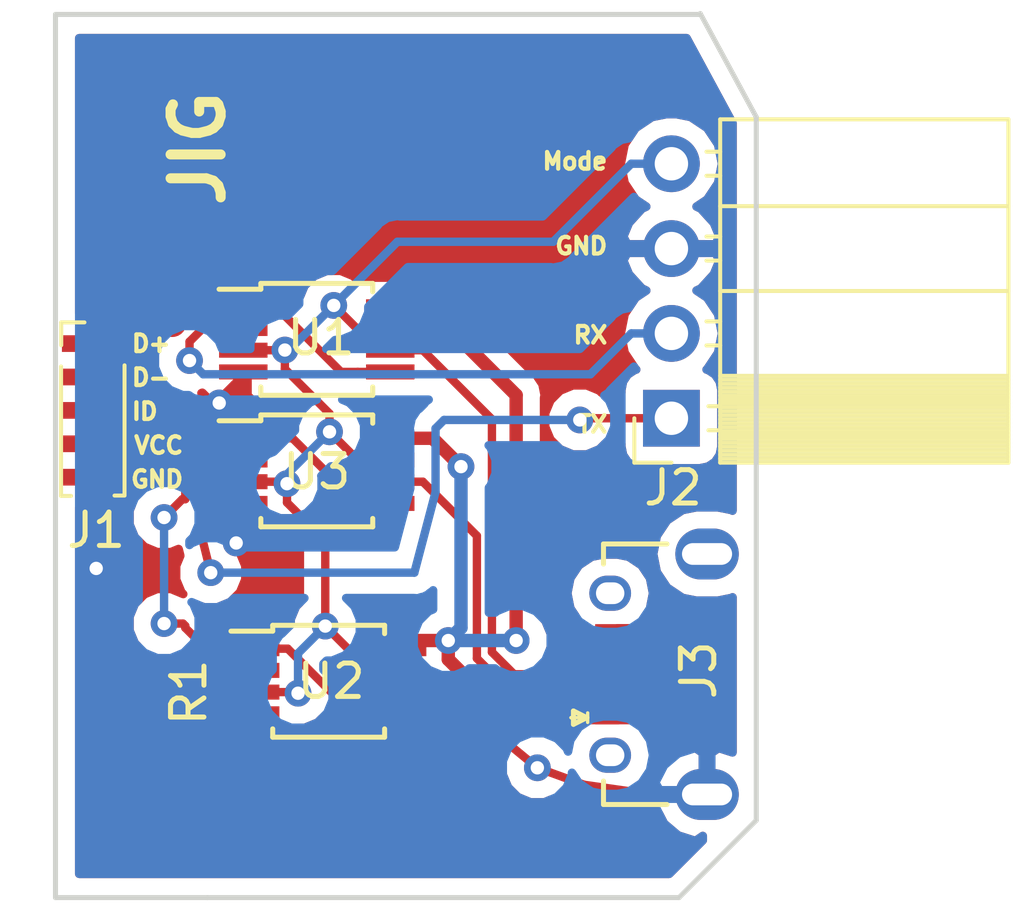
<source format=kicad_pcb>
(kicad_pcb (version 20171130) (host pcbnew 5.0.2+dfsg1-1)

  (general
    (thickness 1.6)
    (drawings 21)
    (tracks 201)
    (zones 0)
    (modules 7)
    (nets 13)
  )

  (page A4)
  (layers
    (0 F.Cu signal)
    (31 B.Cu signal)
    (32 B.Adhes user)
    (33 F.Adhes user)
    (34 B.Paste user)
    (35 F.Paste user)
    (36 B.SilkS user)
    (37 F.SilkS user)
    (38 B.Mask user)
    (39 F.Mask user)
    (40 Dwgs.User user)
    (41 Cmts.User user)
    (42 Eco1.User user)
    (43 Eco2.User user)
    (44 Edge.Cuts user)
    (45 Margin user)
    (46 B.CrtYd user)
    (47 F.CrtYd user)
    (48 B.Fab user)
    (49 F.Fab user)
  )

  (setup
    (last_trace_width 0.25)
    (trace_clearance 0.2)
    (zone_clearance 0.508)
    (zone_45_only no)
    (trace_min 0.2)
    (segment_width 0.2)
    (edge_width 0.15)
    (via_size 0.8)
    (via_drill 0.4)
    (via_min_size 0.4)
    (via_min_drill 0.3)
    (uvia_size 0.3)
    (uvia_drill 0.1)
    (uvias_allowed no)
    (uvia_min_size 0.2)
    (uvia_min_drill 0.1)
    (pcb_text_width 0.3)
    (pcb_text_size 1.5 1.5)
    (mod_edge_width 0.15)
    (mod_text_size 1 1)
    (mod_text_width 0.15)
    (pad_size 0.85 0.85)
    (pad_drill 0.5)
    (pad_to_mask_clearance 0.051)
    (solder_mask_min_width 0.25)
    (aux_axis_origin 0 0)
    (visible_elements FFFFFF7F)
    (pcbplotparams
      (layerselection 0x010fc_ffffffff)
      (usegerberextensions false)
      (usegerberattributes false)
      (usegerberadvancedattributes false)
      (creategerberjobfile false)
      (excludeedgelayer true)
      (linewidth 0.100000)
      (plotframeref false)
      (viasonmask false)
      (mode 1)
      (useauxorigin false)
      (hpglpennumber 1)
      (hpglpenspeed 20)
      (hpglpendiameter 15.000000)
      (psnegative false)
      (psa4output false)
      (plotreference true)
      (plotvalue true)
      (plotinvisibletext false)
      (padsonsilk false)
      (subtractmaskfromsilk false)
      (outputformat 1)
      (mirror false)
      (drillshape 1)
      (scaleselection 1)
      (outputdirectory ""))
  )

  (net 0 "")
  (net 1 D+)
  (net 2 D-)
  (net 3 GND)
  (net 4 TX)
  (net 5 RX)
  (net 6 Mode)
  (net 7 VCC)
  (net 8 D--PC)
  (net 9 D+-PC)
  (net 10 "Net-(R1-Pad1)")
  (net 11 ID-device)
  (net 12 ID-PC)

  (net_class Default "Questo è il gruppo di collegamenti predefinito"
    (clearance 0.2)
    (trace_width 0.25)
    (via_dia 0.8)
    (via_drill 0.4)
    (uvia_dia 0.3)
    (uvia_drill 0.1)
    (add_net ID-PC)
    (add_net ID-device)
    (add_net Mode)
    (add_net "Net-(R1-Pad1)")
  )

  (net_class power ""
    (clearance 0.2)
    (trace_width 0.4)
    (via_dia 0.8)
    (via_drill 0.4)
    (uvia_dia 0.3)
    (uvia_drill 0.1)
    (add_net GND)
    (add_net VCC)
  )

  (net_class signal ""
    (clearance 0.2)
    (trace_width 0.25)
    (via_dia 0.8)
    (via_drill 0.4)
    (uvia_dia 0.3)
    (uvia_drill 0.1)
    (add_net D+)
    (add_net D+-PC)
    (add_net D-)
    (add_net D--PC)
    (add_net RX)
    (add_net TX)
  )

  (module Hirose:ZX62D-B-5PA8 (layer F.Cu) (tedit 5CA0DD29) (tstamp 5CAC3C3A)
    (at 136.779 83.686 90)
    (descr USB)
    (path /5CA069E4)
    (solder_mask_margin 0.1)
    (solder_paste_margin -0.05)
    (fp_text reference J3 (at 0.12 -0.254 90) (layer F.SilkS)
      (effects (font (size 1 1) (thickness 0.15)))
    )
    (fp_text value USB_B_Micro (at 0 -1.5 90) (layer F.Fab) hide
      (effects (font (size 0.5 0.5) (thickness 0.1)))
    )
    (fp_text user 1 (at -1.3 -3.8 90) (layer F.SilkS)
      (effects (font (size 0.5 0.5) (thickness 0.1)))
    )
    (fp_line (start 0.9 1.45) (end 1.3 2.1) (layer F.Fab) (width 0.05))
    (fp_line (start 0.5 2.1) (end 0.9 1.45) (layer F.Fab) (width 0.05))
    (fp_line (start -2.6 1.45) (end -2.2 2.1) (layer F.Fab) (width 0.05))
    (fp_line (start -3 2.1) (end -2.6 1.45) (layer F.Fab) (width 0.05))
    (fp_line (start -4 1.45) (end 4 1.45) (layer F.Fab) (width 0.05))
    (fp_line (start -3.75 2.75) (end -3.75 -2.9) (layer F.Fab) (width 0.1))
    (fp_line (start -3.75 -2.9) (end 3.75 -2.9) (layer F.Fab) (width 0.1))
    (fp_line (start 3.75 -2.9) (end 3.75 2.75) (layer F.Fab) (width 0.1))
    (fp_line (start 3.75 2.75) (end -3.75 2.75) (layer F.Fab) (width 0.1))
    (fp_text user "PCB EDGE" (at -0.8 1.9 90) (layer F.Fab)
      (effects (font (size 0.3 0.3) (thickness 0.075)))
    )
    (fp_line (start -3.9 -3.1) (end -3.2 -3.1) (layer F.SilkS) (width 0.15))
    (fp_line (start -3.9 -3.1) (end -3.9 -1.2) (layer F.SilkS) (width 0.15))
    (fp_line (start 3.3 -3.1) (end 3.9 -3.1) (layer F.SilkS) (width 0.15))
    (fp_line (start 3.9 -3.1) (end 3.9 -1.2) (layer F.SilkS) (width 0.15))
    (fp_line (start -1.5 -4) (end -1.3 -3.6) (layer F.SilkS) (width 0.15))
    (fp_line (start -1.3 -3.6) (end -1.1 -4) (layer F.SilkS) (width 0.15))
    (fp_line (start -1.1 -4) (end -1.5 -4) (layer F.SilkS) (width 0.15))
    (fp_line (start -1.5 -4) (end -1.1 -4) (layer F.Fab) (width 0.15))
    (fp_line (start -1.1 -4) (end -1.3 -3.6) (layer F.Fab) (width 0.15))
    (fp_line (start -1.3 -3.6) (end -1.5 -4) (layer F.Fab) (width 0.15))
    (fp_line (start -3.9 -3.8) (end 4 -3.8) (layer F.CrtYd) (width 0.05))
    (fp_line (start 4 -3.8) (end 4 1.4) (layer F.CrtYd) (width 0.05))
    (fp_line (start 4 1.4) (end -3.9 1.4) (layer F.CrtYd) (width 0.05))
    (fp_line (start -3.9 1.4) (end -3.9 -3.8) (layer F.CrtYd) (width 0.05))
    (fp_text user %R (at 0.25 -0.25 90) (layer F.Fab)
      (effects (font (size 1 1) (thickness 0.15)))
    )
    (pad 8 thru_hole oval (at 2.425 -2.9 90) (size 1.05 1.25) (drill oval 0.65 0.85) (layers *.Cu *.Mask))
    (pad 7 thru_hole oval (at -2.425 -2.9 90) (size 1.05 1.25) (drill oval 0.65 0.85) (layers *.Cu *.Mask))
    (pad 5 smd rect (at 1.3 -2.675 90) (size 0.4 1.35) (layers F.Cu F.Paste F.Mask)
      (net 3 GND))
    (pad 4 smd rect (at 0.65 -2.675 90) (size 0.4 1.35) (layers F.Cu F.Paste F.Mask)
      (net 12 ID-PC))
    (pad 3 smd rect (at 0 -2.675 90) (size 0.4 1.35) (layers F.Cu F.Paste F.Mask)
      (net 9 D+-PC))
    (pad 2 smd rect (at -0.65 -2.675 90) (size 0.4 1.35) (layers F.Cu F.Paste F.Mask)
      (net 8 D--PC))
    (pad 1 smd rect (at -1.3 -2.675 90) (size 0.4 1.35) (layers F.Cu F.Paste F.Mask)
      (net 7 VCC))
    (pad 9 thru_hole oval (at 3.6 0 90) (size 1.524 1.9) (drill oval 0.65 1.5) (layers *.Cu *.Mask))
    (pad 6 thru_hole oval (at -3.6 0 90) (size 1.524 1.9) (drill oval 0.65 1.5) (layers *.Cu *.Mask)
      (net 3 GND))
    (model C:/Cad/Footprint/Hirose/3D/ZX62D-B-5PA8.step
      (at (xyz 0 0 0))
      (scale (xyz 1 1 1))
      (rotate (xyz 0 0 0))
    )
  )

  (module Connector_PinHeader_1.00mm:PinHeader_1x05_P1.00mm_Vertical (layer F.Cu) (tedit 5CA0F556) (tstamp 5CAC3901)
    (at 118.3894 73.787)
    (descr "Through hole straight pin header, 1x05, 1.00mm pitch, single row")
    (tags "Through hole pin header THT 1x05 1.00mm single row")
    (path /5CA0619C)
    (fp_text reference J1 (at 0.1016 5.588) (layer F.SilkS)
      (effects (font (size 1 1) (thickness 0.15)))
    )
    (fp_text value Conn_01x05 (at -1.9304 1.27 90) (layer F.Fab)
      (effects (font (size 1 1) (thickness 0.15)))
    )
    (fp_line (start -0.3175 -0.5) (end 0.635 -0.5) (layer F.Fab) (width 0.1))
    (fp_line (start 0.635 -0.5) (end 0.635 4.5) (layer F.Fab) (width 0.1))
    (fp_line (start 0.635 4.5) (end -0.635 4.5) (layer F.Fab) (width 0.1))
    (fp_line (start -0.635 4.5) (end -0.635 -0.1825) (layer F.Fab) (width 0.1))
    (fp_line (start -0.635 -0.1825) (end -0.3175 -0.5) (layer F.Fab) (width 0.1))
    (fp_line (start -0.950507 4.56) (end -0.65 4.56) (layer F.SilkS) (width 0.12))
    (fp_line (start 0.65 4.55) (end 0.950507 4.55) (layer F.SilkS) (width 0.12))
    (fp_line (start -0.95 0.685) (end -0.95 4.56) (layer F.SilkS) (width 0.12))
    (fp_line (start 0.95 0.65) (end 0.95 4.525) (layer F.SilkS) (width 0.12))
    (fp_line (start -0.945 0.05) (end -0.945 -0.635) (layer F.SilkS) (width 0.12))
    (fp_line (start -0.945 -0.635) (end -0.25 -0.635) (layer F.SilkS) (width 0.12))
    (fp_line (start -1.15 -1) (end -1.15 5) (layer F.CrtYd) (width 0.05))
    (fp_line (start -1.15 5) (end 1.15 5) (layer F.CrtYd) (width 0.05))
    (fp_line (start 1.15 5) (end 1.15 -1) (layer F.CrtYd) (width 0.05))
    (fp_line (start 1.15 -1) (end -1.15 -1) (layer F.CrtYd) (width 0.05))
    (fp_text user %R (at 1.65 2 90) (layer F.Fab)
      (effects (font (size 0.76 0.76) (thickness 0.114)))
    )
    (pad 1 smd custom (at 0 0) (size 1.85 0.5) (layers F.Cu F.Paste F.Mask)
      (net 1 D+) (zone_connect 0)
      (options (clearance outline) (anchor rect))
      (primitives
      ))
    (pad 2 smd custom (at 0 1) (size 1.85 0.5) (layers F.Cu F.Paste F.Mask)
      (net 2 D-) (zone_connect 0)
      (options (clearance outline) (anchor rect))
      (primitives
      ))
    (pad 3 smd custom (at 0 2) (size 1.85 0.5) (layers F.Cu F.Paste F.Mask)
      (net 11 ID-device) (zone_connect 0)
      (options (clearance outline) (anchor rect))
      (primitives
      ))
    (pad 4 smd custom (at 0 3) (size 1.85 0.5) (layers F.Cu F.Paste F.Mask)
      (zone_connect 0)
      (options (clearance outline) (anchor rect))
      (primitives
      ))
    (pad 5 smd custom (at 0 4) (size 1.85 0.5) (layers F.Cu F.Paste F.Mask)
      (net 3 GND) (zone_connect 0)
      (options (clearance outline) (anchor rect))
      (primitives
      ))
    (model ${KISYS3DMOD}/Connector_PinHeader_1.00mm.3dshapes/PinHeader_1x05_P1.00mm_Vertical.wrl
      (at (xyz 0 0 0))
      (scale (xyz 1 1 1))
      (rotate (xyz 0 0 0))
    )
  )

  (module Connector_PinSocket_2.54mm:PinSocket_1x04_P2.54mm_Horizontal (layer F.Cu) (tedit 5A19A424) (tstamp 5CAC4952)
    (at 135.7122 76.0222 180)
    (descr "Through hole angled socket strip, 1x04, 2.54mm pitch, 8.51mm socket length, single row (from Kicad 4.0.7), script generated")
    (tags "Through hole angled socket strip THT 1x04 2.54mm single row")
    (path /5CA063DA)
    (fp_text reference J2 (at -0.0508 -2.0828 180) (layer F.SilkS)
      (effects (font (size 1 1) (thickness 0.15)))
    )
    (fp_text value Conn_01x04 (at -4.38 10.39 180) (layer F.Fab)
      (effects (font (size 1 1) (thickness 0.15)))
    )
    (fp_line (start -10.03 -1.27) (end -2.49 -1.27) (layer F.Fab) (width 0.1))
    (fp_line (start -2.49 -1.27) (end -1.52 -0.3) (layer F.Fab) (width 0.1))
    (fp_line (start -1.52 -0.3) (end -1.52 8.89) (layer F.Fab) (width 0.1))
    (fp_line (start -1.52 8.89) (end -10.03 8.89) (layer F.Fab) (width 0.1))
    (fp_line (start -10.03 8.89) (end -10.03 -1.27) (layer F.Fab) (width 0.1))
    (fp_line (start 0 -0.3) (end -1.52 -0.3) (layer F.Fab) (width 0.1))
    (fp_line (start -1.52 0.3) (end 0 0.3) (layer F.Fab) (width 0.1))
    (fp_line (start 0 0.3) (end 0 -0.3) (layer F.Fab) (width 0.1))
    (fp_line (start 0 2.24) (end -1.52 2.24) (layer F.Fab) (width 0.1))
    (fp_line (start -1.52 2.84) (end 0 2.84) (layer F.Fab) (width 0.1))
    (fp_line (start 0 2.84) (end 0 2.24) (layer F.Fab) (width 0.1))
    (fp_line (start 0 4.78) (end -1.52 4.78) (layer F.Fab) (width 0.1))
    (fp_line (start -1.52 5.38) (end 0 5.38) (layer F.Fab) (width 0.1))
    (fp_line (start 0 5.38) (end 0 4.78) (layer F.Fab) (width 0.1))
    (fp_line (start 0 7.32) (end -1.52 7.32) (layer F.Fab) (width 0.1))
    (fp_line (start -1.52 7.92) (end 0 7.92) (layer F.Fab) (width 0.1))
    (fp_line (start 0 7.92) (end 0 7.32) (layer F.Fab) (width 0.1))
    (fp_line (start -10.09 -1.21) (end -1.46 -1.21) (layer F.SilkS) (width 0.12))
    (fp_line (start -10.09 -1.091905) (end -1.46 -1.091905) (layer F.SilkS) (width 0.12))
    (fp_line (start -10.09 -0.97381) (end -1.46 -0.97381) (layer F.SilkS) (width 0.12))
    (fp_line (start -10.09 -0.855715) (end -1.46 -0.855715) (layer F.SilkS) (width 0.12))
    (fp_line (start -10.09 -0.73762) (end -1.46 -0.73762) (layer F.SilkS) (width 0.12))
    (fp_line (start -10.09 -0.619525) (end -1.46 -0.619525) (layer F.SilkS) (width 0.12))
    (fp_line (start -10.09 -0.50143) (end -1.46 -0.50143) (layer F.SilkS) (width 0.12))
    (fp_line (start -10.09 -0.383335) (end -1.46 -0.383335) (layer F.SilkS) (width 0.12))
    (fp_line (start -10.09 -0.26524) (end -1.46 -0.26524) (layer F.SilkS) (width 0.12))
    (fp_line (start -10.09 -0.147145) (end -1.46 -0.147145) (layer F.SilkS) (width 0.12))
    (fp_line (start -10.09 -0.02905) (end -1.46 -0.02905) (layer F.SilkS) (width 0.12))
    (fp_line (start -10.09 0.089045) (end -1.46 0.089045) (layer F.SilkS) (width 0.12))
    (fp_line (start -10.09 0.20714) (end -1.46 0.20714) (layer F.SilkS) (width 0.12))
    (fp_line (start -10.09 0.325235) (end -1.46 0.325235) (layer F.SilkS) (width 0.12))
    (fp_line (start -10.09 0.44333) (end -1.46 0.44333) (layer F.SilkS) (width 0.12))
    (fp_line (start -10.09 0.561425) (end -1.46 0.561425) (layer F.SilkS) (width 0.12))
    (fp_line (start -10.09 0.67952) (end -1.46 0.67952) (layer F.SilkS) (width 0.12))
    (fp_line (start -10.09 0.797615) (end -1.46 0.797615) (layer F.SilkS) (width 0.12))
    (fp_line (start -10.09 0.91571) (end -1.46 0.91571) (layer F.SilkS) (width 0.12))
    (fp_line (start -10.09 1.033805) (end -1.46 1.033805) (layer F.SilkS) (width 0.12))
    (fp_line (start -10.09 1.1519) (end -1.46 1.1519) (layer F.SilkS) (width 0.12))
    (fp_line (start -1.46 -0.36) (end -1.11 -0.36) (layer F.SilkS) (width 0.12))
    (fp_line (start -1.46 0.36) (end -1.11 0.36) (layer F.SilkS) (width 0.12))
    (fp_line (start -1.46 2.18) (end -1.05 2.18) (layer F.SilkS) (width 0.12))
    (fp_line (start -1.46 2.9) (end -1.05 2.9) (layer F.SilkS) (width 0.12))
    (fp_line (start -1.46 4.72) (end -1.05 4.72) (layer F.SilkS) (width 0.12))
    (fp_line (start -1.46 5.44) (end -1.05 5.44) (layer F.SilkS) (width 0.12))
    (fp_line (start -1.46 7.26) (end -1.05 7.26) (layer F.SilkS) (width 0.12))
    (fp_line (start -1.46 7.98) (end -1.05 7.98) (layer F.SilkS) (width 0.12))
    (fp_line (start -10.09 1.27) (end -1.46 1.27) (layer F.SilkS) (width 0.12))
    (fp_line (start -10.09 3.81) (end -1.46 3.81) (layer F.SilkS) (width 0.12))
    (fp_line (start -10.09 6.35) (end -1.46 6.35) (layer F.SilkS) (width 0.12))
    (fp_line (start -10.09 -1.33) (end -1.46 -1.33) (layer F.SilkS) (width 0.12))
    (fp_line (start -1.46 -1.33) (end -1.46 8.95) (layer F.SilkS) (width 0.12))
    (fp_line (start -10.09 8.95) (end -1.46 8.95) (layer F.SilkS) (width 0.12))
    (fp_line (start -10.09 -1.33) (end -10.09 8.95) (layer F.SilkS) (width 0.12))
    (fp_line (start 1.11 -1.33) (end 1.11 0) (layer F.SilkS) (width 0.12))
    (fp_line (start 0 -1.33) (end 1.11 -1.33) (layer F.SilkS) (width 0.12))
    (fp_line (start 1.75 -1.75) (end -10.55 -1.75) (layer F.CrtYd) (width 0.05))
    (fp_line (start -10.55 -1.75) (end -10.55 9.45) (layer F.CrtYd) (width 0.05))
    (fp_line (start -10.55 9.45) (end 1.75 9.45) (layer F.CrtYd) (width 0.05))
    (fp_line (start 1.75 9.45) (end 1.75 -1.75) (layer F.CrtYd) (width 0.05))
    (fp_text user %R (at 1.8796 -1.8288 270) (layer F.Fab)
      (effects (font (size 1 1) (thickness 0.15)))
    )
    (pad 1 thru_hole rect (at 0 0 180) (size 1.7 1.7) (drill 1) (layers *.Cu *.Mask)
      (net 4 TX))
    (pad 2 thru_hole oval (at 0 2.54 180) (size 1.7 1.7) (drill 1) (layers *.Cu *.Mask)
      (net 5 RX))
    (pad 3 thru_hole oval (at 0 5.08 180) (size 1.7 1.7) (drill 1) (layers *.Cu *.Mask)
      (net 3 GND))
    (pad 4 thru_hole oval (at 0 7.62 180) (size 1.7 1.7) (drill 1) (layers *.Cu *.Mask)
      (net 6 Mode))
    (model ${KISYS3DMOD}/Connector_PinSocket_2.54mm.3dshapes/PinSocket_1x04_P2.54mm_Horizontal.wrl
      (at (xyz 0 0 0))
      (scale (xyz 1 1 1))
      (rotate (xyz 0 0 0))
    )
  )

  (module Resistor_SMD:R_0402_1005Metric (layer F.Cu) (tedit 5B301BBD) (tstamp 5CAC363B)
    (at 120.0912 84.2288 270)
    (descr "Resistor SMD 0402 (1005 Metric), square (rectangular) end terminal, IPC_7351 nominal, (Body size source: http://www.tortai-tech.com/upload/download/2011102023233369053.pdf), generated with kicad-footprint-generator")
    (tags resistor)
    (path /5CA08CFA)
    (attr smd)
    (fp_text reference R1 (at 0 -1.17 270) (layer F.SilkS)
      (effects (font (size 1 1) (thickness 0.15)))
    )
    (fp_text value 619k (at 0 1.17 270) (layer F.Fab)
      (effects (font (size 1 1) (thickness 0.15)))
    )
    (fp_line (start -0.5 0.25) (end -0.5 -0.25) (layer F.Fab) (width 0.1))
    (fp_line (start -0.5 -0.25) (end 0.5 -0.25) (layer F.Fab) (width 0.1))
    (fp_line (start 0.5 -0.25) (end 0.5 0.25) (layer F.Fab) (width 0.1))
    (fp_line (start 0.5 0.25) (end -0.5 0.25) (layer F.Fab) (width 0.1))
    (fp_line (start -0.93 0.47) (end -0.93 -0.47) (layer F.CrtYd) (width 0.05))
    (fp_line (start -0.93 -0.47) (end 0.93 -0.47) (layer F.CrtYd) (width 0.05))
    (fp_line (start 0.93 -0.47) (end 0.93 0.47) (layer F.CrtYd) (width 0.05))
    (fp_line (start 0.93 0.47) (end -0.93 0.47) (layer F.CrtYd) (width 0.05))
    (fp_text user %R (at 0 0 270) (layer F.Fab)
      (effects (font (size 0.25 0.25) (thickness 0.04)))
    )
    (pad 1 smd roundrect (at -0.485 0 270) (size 0.59 0.64) (layers F.Cu F.Paste F.Mask) (roundrect_rratio 0.25)
      (net 10 "Net-(R1-Pad1)"))
    (pad 2 smd roundrect (at 0.485 0 270) (size 0.59 0.64) (layers F.Cu F.Paste F.Mask) (roundrect_rratio 0.25)
      (net 3 GND))
    (model ${KISYS3DMOD}/Resistor_SMD.3dshapes/R_0402_1005Metric.wrl
      (at (xyz 0 0 0))
      (scale (xyz 1 1 1))
      (rotate (xyz 0 0 0))
    )
  )

  (module Package_SO:MSOP-8_3x3mm_P0.65mm (layer F.Cu) (tedit 5A02F25C) (tstamp 5CAC2F51)
    (at 125.095 73.66)
    (descr "8-Lead Plastic Micro Small Outline Package (MS) [MSOP] (see Microchip Packaging Specification 00000049BS.pdf)")
    (tags "SSOP 0.65")
    (path /5CA05C02)
    (attr smd)
    (fp_text reference U1 (at 0.127 -0.0508) (layer F.SilkS)
      (effects (font (size 1 1) (thickness 0.15)))
    )
    (fp_text value ADG723 (at 0 2.6) (layer F.Fab)
      (effects (font (size 1 1) (thickness 0.15)))
    )
    (fp_line (start -0.5 -1.5) (end 1.5 -1.5) (layer F.Fab) (width 0.15))
    (fp_line (start 1.5 -1.5) (end 1.5 1.5) (layer F.Fab) (width 0.15))
    (fp_line (start 1.5 1.5) (end -1.5 1.5) (layer F.Fab) (width 0.15))
    (fp_line (start -1.5 1.5) (end -1.5 -0.5) (layer F.Fab) (width 0.15))
    (fp_line (start -1.5 -0.5) (end -0.5 -1.5) (layer F.Fab) (width 0.15))
    (fp_line (start -3.2 -1.85) (end -3.2 1.85) (layer F.CrtYd) (width 0.05))
    (fp_line (start 3.2 -1.85) (end 3.2 1.85) (layer F.CrtYd) (width 0.05))
    (fp_line (start -3.2 -1.85) (end 3.2 -1.85) (layer F.CrtYd) (width 0.05))
    (fp_line (start -3.2 1.85) (end 3.2 1.85) (layer F.CrtYd) (width 0.05))
    (fp_line (start -1.675 -1.675) (end -1.675 -1.5) (layer F.SilkS) (width 0.15))
    (fp_line (start 1.675 -1.675) (end 1.675 -1.425) (layer F.SilkS) (width 0.15))
    (fp_line (start 1.675 1.675) (end 1.675 1.425) (layer F.SilkS) (width 0.15))
    (fp_line (start -1.675 1.675) (end -1.675 1.425) (layer F.SilkS) (width 0.15))
    (fp_line (start -1.675 -1.675) (end 1.675 -1.675) (layer F.SilkS) (width 0.15))
    (fp_line (start -1.675 1.675) (end 1.675 1.675) (layer F.SilkS) (width 0.15))
    (fp_line (start -1.675 -1.5) (end -2.925 -1.5) (layer F.SilkS) (width 0.15))
    (fp_text user %R (at 0 0) (layer F.Fab)
      (effects (font (size 0.6 0.6) (thickness 0.15)))
    )
    (pad 1 smd rect (at -2.2 -0.975) (size 1.45 0.45) (layers F.Cu F.Paste F.Mask)
      (net 1 D+))
    (pad 2 smd rect (at -2.2 -0.325) (size 1.45 0.45) (layers F.Cu F.Paste F.Mask)
      (net 5 RX))
    (pad 3 smd rect (at -2.2 0.325) (size 1.45 0.45) (layers F.Cu F.Paste F.Mask)
      (net 6 Mode))
    (pad 4 smd rect (at -2.2 0.975) (size 1.45 0.45) (layers F.Cu F.Paste F.Mask)
      (net 3 GND))
    (pad 5 smd rect (at 2.2 0.975) (size 1.45 0.45) (layers F.Cu F.Paste F.Mask)
      (net 1 D+))
    (pad 6 smd rect (at 2.2 0.325) (size 1.45 0.45) (layers F.Cu F.Paste F.Mask)
      (net 9 D+-PC))
    (pad 7 smd rect (at 2.2 -0.325) (size 1.45 0.45) (layers F.Cu F.Paste F.Mask)
      (net 6 Mode))
    (pad 8 smd rect (at 2.2 -0.975) (size 1.45 0.45) (layers F.Cu F.Paste F.Mask)
      (net 7 VCC))
    (model ${KISYS3DMOD}/Package_SO.3dshapes/MSOP-8_3x3mm_P0.65mm.wrl
      (at (xyz 0 0 0))
      (scale (xyz 1 1 1))
      (rotate (xyz 0 0 0))
    )
  )

  (module Package_SO:MSOP-8_3x3mm_P0.65mm (layer F.Cu) (tedit 5A02F25C) (tstamp 5CAC318B)
    (at 125.4506 83.8962)
    (descr "8-Lead Plastic Micro Small Outline Package (MS) [MSOP] (see Microchip Packaging Specification 00000049BS.pdf)")
    (tags "SSOP 0.65")
    (path /5CA08545)
    (attr smd)
    (fp_text reference U2 (at 0.0762 0) (layer F.SilkS)
      (effects (font (size 1 1) (thickness 0.15)))
    )
    (fp_text value ADG723 (at 0 2.6) (layer F.Fab)
      (effects (font (size 1 1) (thickness 0.15)))
    )
    (fp_line (start -0.5 -1.5) (end 1.5 -1.5) (layer F.Fab) (width 0.15))
    (fp_line (start 1.5 -1.5) (end 1.5 1.5) (layer F.Fab) (width 0.15))
    (fp_line (start 1.5 1.5) (end -1.5 1.5) (layer F.Fab) (width 0.15))
    (fp_line (start -1.5 1.5) (end -1.5 -0.5) (layer F.Fab) (width 0.15))
    (fp_line (start -1.5 -0.5) (end -0.5 -1.5) (layer F.Fab) (width 0.15))
    (fp_line (start -3.2 -1.85) (end -3.2 1.85) (layer F.CrtYd) (width 0.05))
    (fp_line (start 3.2 -1.85) (end 3.2 1.85) (layer F.CrtYd) (width 0.05))
    (fp_line (start -3.2 -1.85) (end 3.2 -1.85) (layer F.CrtYd) (width 0.05))
    (fp_line (start -3.2 1.85) (end 3.2 1.85) (layer F.CrtYd) (width 0.05))
    (fp_line (start -1.675 -1.675) (end -1.675 -1.5) (layer F.SilkS) (width 0.15))
    (fp_line (start 1.675 -1.675) (end 1.675 -1.425) (layer F.SilkS) (width 0.15))
    (fp_line (start 1.675 1.675) (end 1.675 1.425) (layer F.SilkS) (width 0.15))
    (fp_line (start -1.675 1.675) (end -1.675 1.425) (layer F.SilkS) (width 0.15))
    (fp_line (start -1.675 -1.675) (end 1.675 -1.675) (layer F.SilkS) (width 0.15))
    (fp_line (start -1.675 1.675) (end 1.675 1.675) (layer F.SilkS) (width 0.15))
    (fp_line (start -1.675 -1.5) (end -2.925 -1.5) (layer F.SilkS) (width 0.15))
    (fp_text user %R (at 0 0) (layer F.Fab)
      (effects (font (size 0.6 0.6) (thickness 0.15)))
    )
    (pad 1 smd rect (at -2.2 -0.975) (size 1.45 0.45) (layers F.Cu F.Paste F.Mask)
      (net 11 ID-device))
    (pad 2 smd rect (at -2.2 -0.325) (size 1.45 0.45) (layers F.Cu F.Paste F.Mask)
      (net 10 "Net-(R1-Pad1)"))
    (pad 3 smd rect (at -2.2 0.325) (size 1.45 0.45) (layers F.Cu F.Paste F.Mask)
      (net 6 Mode))
    (pad 4 smd rect (at -2.2 0.975) (size 1.45 0.45) (layers F.Cu F.Paste F.Mask)
      (net 3 GND))
    (pad 5 smd rect (at 2.2 0.975) (size 1.45 0.45) (layers F.Cu F.Paste F.Mask)
      (net 11 ID-device))
    (pad 6 smd rect (at 2.2 0.325) (size 1.45 0.45) (layers F.Cu F.Paste F.Mask)
      (net 12 ID-PC))
    (pad 7 smd rect (at 2.2 -0.325) (size 1.45 0.45) (layers F.Cu F.Paste F.Mask)
      (net 6 Mode))
    (pad 8 smd rect (at 2.2 -0.975) (size 1.45 0.45) (layers F.Cu F.Paste F.Mask)
      (net 7 VCC))
    (model ${KISYS3DMOD}/Package_SO.3dshapes/MSOP-8_3x3mm_P0.65mm.wrl
      (at (xyz 0 0 0))
      (scale (xyz 1 1 1))
      (rotate (xyz 0 0 0))
    )
  )

  (module Package_SO:MSOP-8_3x3mm_P0.65mm (layer F.Cu) (tedit 5A02F25C) (tstamp 5CAC2B3B)
    (at 125.095 77.597)
    (descr "8-Lead Plastic Micro Small Outline Package (MS) [MSOP] (see Microchip Packaging Specification 00000049BS.pdf)")
    (tags "SSOP 0.65")
    (path /5CA07C9D)
    (attr smd)
    (fp_text reference U3 (at 0 0.0254) (layer F.SilkS)
      (effects (font (size 1 1) (thickness 0.15)))
    )
    (fp_text value ADG723 (at 0 2.6) (layer F.Fab)
      (effects (font (size 1 1) (thickness 0.15)))
    )
    (fp_text user %R (at 0 0) (layer F.Fab)
      (effects (font (size 0.6 0.6) (thickness 0.15)))
    )
    (fp_line (start -1.675 -1.5) (end -2.925 -1.5) (layer F.SilkS) (width 0.15))
    (fp_line (start -1.675 1.675) (end 1.675 1.675) (layer F.SilkS) (width 0.15))
    (fp_line (start -1.675 -1.675) (end 1.675 -1.675) (layer F.SilkS) (width 0.15))
    (fp_line (start -1.675 1.675) (end -1.675 1.425) (layer F.SilkS) (width 0.15))
    (fp_line (start 1.675 1.675) (end 1.675 1.425) (layer F.SilkS) (width 0.15))
    (fp_line (start 1.675 -1.675) (end 1.675 -1.425) (layer F.SilkS) (width 0.15))
    (fp_line (start -1.675 -1.675) (end -1.675 -1.5) (layer F.SilkS) (width 0.15))
    (fp_line (start -3.2 1.85) (end 3.2 1.85) (layer F.CrtYd) (width 0.05))
    (fp_line (start -3.2 -1.85) (end 3.2 -1.85) (layer F.CrtYd) (width 0.05))
    (fp_line (start 3.2 -1.85) (end 3.2 1.85) (layer F.CrtYd) (width 0.05))
    (fp_line (start -3.2 -1.85) (end -3.2 1.85) (layer F.CrtYd) (width 0.05))
    (fp_line (start -1.5 -0.5) (end -0.5 -1.5) (layer F.Fab) (width 0.15))
    (fp_line (start -1.5 1.5) (end -1.5 -0.5) (layer F.Fab) (width 0.15))
    (fp_line (start 1.5 1.5) (end -1.5 1.5) (layer F.Fab) (width 0.15))
    (fp_line (start 1.5 -1.5) (end 1.5 1.5) (layer F.Fab) (width 0.15))
    (fp_line (start -0.5 -1.5) (end 1.5 -1.5) (layer F.Fab) (width 0.15))
    (pad 8 smd rect (at 2.2 -0.975) (size 1.45 0.45) (layers F.Cu F.Paste F.Mask)
      (net 7 VCC))
    (pad 7 smd rect (at 2.2 -0.325) (size 1.45 0.45) (layers F.Cu F.Paste F.Mask)
      (net 6 Mode))
    (pad 6 smd rect (at 2.2 0.325) (size 1.45 0.45) (layers F.Cu F.Paste F.Mask)
      (net 8 D--PC))
    (pad 5 smd rect (at 2.2 0.975) (size 1.45 0.45) (layers F.Cu F.Paste F.Mask)
      (net 2 D-))
    (pad 4 smd rect (at -2.2 0.975) (size 1.45 0.45) (layers F.Cu F.Paste F.Mask)
      (net 3 GND))
    (pad 3 smd rect (at -2.2 0.325) (size 1.45 0.45) (layers F.Cu F.Paste F.Mask)
      (net 6 Mode))
    (pad 2 smd rect (at -2.2 -0.325) (size 1.45 0.45) (layers F.Cu F.Paste F.Mask)
      (net 4 TX))
    (pad 1 smd rect (at -2.2 -0.975) (size 1.45 0.45) (layers F.Cu F.Paste F.Mask)
      (net 2 D-))
    (model ${KISYS3DMOD}/Package_SO.3dshapes/MSOP-8_3x3mm_P0.65mm.wrl
      (at (xyz 0 0 0))
      (scale (xyz 1 1 1))
      (rotate (xyz 0 0 0))
    )
  )

  (gr_text JIG (at 121.539 67.945 90) (layer F.SilkS)
    (effects (font (size 1.5 1.5) (thickness 0.3)))
  )
  (gr_text Galaxy (at 118.999 68.326 90) (layer F.Mask)
    (effects (font (size 1.5 1.5) (thickness 0.3)))
  )
  (gr_text USB (at 132.842 88.9) (layer F.Mask)
    (effects (font (size 1.5 1.5) (thickness 0.3)))
  )
  (gr_text UART (at 133.477 65.659) (layer F.Mask)
    (effects (font (size 1.5 1.5) (thickness 0.3)))
  )
  (gr_text TX (at 133.858 76.2) (layer F.SilkS) (tstamp 5CAC4A57)
    (effects (font (size 0.5 0.5) (thickness 0.125)) (justify right))
  )
  (gr_text Mode (at 133.858 68.326) (layer F.SilkS) (tstamp 5CAC4797)
    (effects (font (size 0.5 0.5) (thickness 0.125)) (justify right))
  )
  (gr_text GND (at 133.858 70.866) (layer F.SilkS) (tstamp 5CAC475B)
    (effects (font (size 0.5 0.5) (thickness 0.125)) (justify right))
  )
  (gr_text RX (at 133.858 73.533) (layer F.SilkS) (tstamp 5CAC471F)
    (effects (font (size 0.5 0.5) (thickness 0.125)) (justify right))
  )
  (gr_text D+ (at 120.777 73.787) (layer F.SilkS) (tstamp 5CAC45F0)
    (effects (font (size 0.5 0.5) (thickness 0.125)) (justify right))
  )
  (gr_text GND (at 121.158 77.851) (layer F.SilkS) (tstamp 5CAC45B4)
    (effects (font (size 0.5 0.5) (thickness 0.125)) (justify right))
  )
  (gr_text VCC (at 121.158 76.835) (layer F.SilkS) (tstamp 5CAC4578)
    (effects (font (size 0.5 0.5) (thickness 0.125)) (justify right))
  )
  (gr_text ID (at 120.396 75.819) (layer F.SilkS) (tstamp 5CAC453C)
    (effects (font (size 0.5 0.5) (thickness 0.125)) (justify right))
  )
  (gr_text D- (at 120.777 74.803) (layer F.SilkS)
    (effects (font (size 0.5 0.5) (thickness 0.125)) (justify right))
  )
  (gr_line (start 136.5504 63.9318) (end 136.5758 63.9064) (layer Edge.Cuts) (width 0.15))
  (gr_line (start 136.5504 63.9318) (end 117.2718 63.9318) (layer Edge.Cuts) (width 0.15))
  (gr_line (start 117.2718 90.3732) (end 117.2718 63.9318) (layer Edge.Cuts) (width 0.15))
  (gr_line (start 121.8184 90.3732) (end 117.2718 90.3732) (layer Edge.Cuts) (width 0.15))
  (gr_line (start 135.9408 90.3732) (end 121.8184 90.3732) (layer Edge.Cuts) (width 0.15))
  (gr_line (start 138.2522 88.0618) (end 135.9408 90.3732) (layer Edge.Cuts) (width 0.15))
  (gr_line (start 138.2522 67.0052) (end 138.2522 88.0618) (layer Edge.Cuts) (width 0.15))
  (gr_line (start 136.5758 63.9064) (end 138.2522 67.0052) (layer Edge.Cuts) (width 0.15))

  (segment (start 118.3894 73.787) (end 118.6644 74.062) (width 0.2) (layer F.Cu) (net 1))
  (segment (start 121.096109 72.854834) (end 121.13185 72.797953) (width 0.25) (layer F.Cu) (net 1))
  (segment (start 121.073921 72.918243) (end 121.096109 72.854834) (width 0.25) (layer F.Cu) (net 1))
  (segment (start 121.0664 72.985) (end 121.073921 72.918243) (width 0.25) (layer F.Cu) (net 1))
  (segment (start 121.13185 72.797953) (end 121.179353 72.75045) (width 0.25) (layer F.Cu) (net 1))
  (segment (start 121.0664 73.163477) (end 121.0664 72.985) (width 0.25) (layer F.Cu) (net 1))
  (segment (start 121.299643 72.692521) (end 121.3664 72.685) (width 0.25) (layer F.Cu) (net 1))
  (segment (start 121.058878 73.230233) (end 121.0664 73.163477) (width 0.25) (layer F.Cu) (net 1))
  (segment (start 121.03669 73.293642) (end 121.058878 73.230233) (width 0.25) (layer F.Cu) (net 1))
  (segment (start 120.953446 73.398026) (end 121.000949 73.350523) (width 0.25) (layer F.Cu) (net 1))
  (segment (start 120.699643 73.455955) (end 120.7664 73.463477) (width 0.25) (layer F.Cu) (net 1))
  (segment (start 120.233156 72.692521) (end 120.296565 72.714709) (width 0.25) (layer F.Cu) (net 1))
  (segment (start 120.353446 72.75045) (end 120.400949 72.797953) (width 0.25) (layer F.Cu) (net 1))
  (segment (start 121.3664 72.685) (end 122.895 72.685) (width 0.25) (layer F.Cu) (net 1))
  (segment (start 120.833156 73.455955) (end 120.896565 73.433767) (width 0.25) (layer F.Cu) (net 1))
  (segment (start 120.636234 73.433767) (end 120.699643 73.455955) (width 0.25) (layer F.Cu) (net 1))
  (segment (start 118.3894 73.787) (end 119.0644 73.787) (width 0.25) (layer F.Cu) (net 1))
  (segment (start 120.296565 72.714709) (end 120.353446 72.75045) (width 0.25) (layer F.Cu) (net 1))
  (segment (start 119.0644 73.787) (end 120.1664 72.685) (width 0.25) (layer F.Cu) (net 1))
  (segment (start 120.43669 72.854834) (end 120.458878 72.918243) (width 0.25) (layer F.Cu) (net 1))
  (segment (start 120.1664 72.685) (end 120.233156 72.692521) (width 0.25) (layer F.Cu) (net 1))
  (segment (start 120.458878 72.918243) (end 120.4664 72.985) (width 0.25) (layer F.Cu) (net 1))
  (segment (start 120.896565 73.433767) (end 120.953446 73.398026) (width 0.25) (layer F.Cu) (net 1))
  (segment (start 120.7664 73.463477) (end 120.833156 73.455955) (width 0.25) (layer F.Cu) (net 1))
  (segment (start 120.579353 73.398026) (end 120.636234 73.433767) (width 0.25) (layer F.Cu) (net 1))
  (segment (start 121.179353 72.75045) (end 121.236234 72.714709) (width 0.25) (layer F.Cu) (net 1))
  (segment (start 121.000949 73.350523) (end 121.03669 73.293642) (width 0.25) (layer F.Cu) (net 1))
  (segment (start 120.400949 72.797953) (end 120.43669 72.854834) (width 0.25) (layer F.Cu) (net 1))
  (segment (start 120.4664 72.985) (end 120.4664 73.163477) (width 0.25) (layer F.Cu) (net 1))
  (segment (start 120.4664 73.163477) (end 120.473921 73.230233) (width 0.25) (layer F.Cu) (net 1))
  (segment (start 120.473921 73.230233) (end 120.496109 73.293642) (width 0.25) (layer F.Cu) (net 1))
  (segment (start 120.496109 73.293642) (end 120.53185 73.350523) (width 0.25) (layer F.Cu) (net 1))
  (segment (start 121.236234 72.714709) (end 121.299643 72.692521) (width 0.25) (layer F.Cu) (net 1))
  (segment (start 120.53185 73.350523) (end 120.579353 73.398026) (width 0.25) (layer F.Cu) (net 1))
  (segment (start 126.32 74.635) (end 127.295 74.635) (width 0.25) (layer F.Cu) (net 1))
  (segment (start 125.82 74.635) (end 126.32 74.635) (width 0.25) (layer F.Cu) (net 1))
  (segment (start 122.895 72.685) (end 123.87 72.685) (width 0.25) (layer F.Cu) (net 1))
  (segment (start 123.87 72.685) (end 125.82 74.635) (width 0.25) (layer F.Cu) (net 1))
  (segment (start 123.87 76.622) (end 122.895 76.622) (width 0.25) (layer F.Cu) (net 2))
  (segment (start 124.37 76.622) (end 123.87 76.622) (width 0.25) (layer F.Cu) (net 2))
  (segment (start 126.32 78.572) (end 124.37 76.622) (width 0.25) (layer F.Cu) (net 2))
  (segment (start 127.295 78.572) (end 126.32 78.572) (width 0.25) (layer F.Cu) (net 2))
  (segment (start 120.820479 75.564494) (end 120.881004 75.593642) (width 0.25) (layer F.Cu) (net 2))
  (segment (start 120.687805 75.549546) (end 120.754984 75.549546) (width 0.25) (layer F.Cu) (net 2))
  (segment (start 120.622311 75.564494) (end 120.687805 75.549546) (width 0.25) (layer F.Cu) (net 2))
  (segment (start 121.92 76.622) (end 122.895 76.622) (width 0.25) (layer F.Cu) (net 2))
  (segment (start 120.509263 75.635527) (end 120.561785 75.593642) (width 0.25) (layer F.Cu) (net 2))
  (segment (start 120.490409 75.654382) (end 120.509263 75.635527) (width 0.25) (layer F.Cu) (net 2))
  (segment (start 120.754984 75.549546) (end 120.820479 75.564494) (width 0.25) (layer F.Cu) (net 2))
  (segment (start 120.561785 75.593642) (end 120.622311 75.564494) (width 0.25) (layer F.Cu) (net 2))
  (segment (start 120.437886 75.696267) (end 120.490409 75.654382) (width 0.25) (layer F.Cu) (net 2))
  (segment (start 120.179193 75.725414) (end 120.244687 75.740363) (width 0.25) (layer F.Cu) (net 2))
  (segment (start 120.118667 75.696267) (end 120.179193 75.725414) (width 0.25) (layer F.Cu) (net 2))
  (segment (start 120.170981 75.032721) (end 120.156032 75.098215) (width 0.25) (layer F.Cu) (net 2))
  (segment (start 120.085 74.787) (end 120.126885 74.839522) (width 0.25) (layer F.Cu) (net 2))
  (segment (start 120.156032 74.900048) (end 120.170981 74.965542) (width 0.25) (layer F.Cu) (net 2))
  (segment (start 120.311866 75.740363) (end 120.37736 75.725414) (width 0.25) (layer F.Cu) (net 2))
  (segment (start 120.085 75.211264) (end 120.066145 75.230118) (width 0.25) (layer F.Cu) (net 2))
  (segment (start 120.881004 75.593642) (end 120.933528 75.635528) (width 0.25) (layer F.Cu) (net 2))
  (segment (start 120.126885 74.839522) (end 120.156032 74.900048) (width 0.25) (layer F.Cu) (net 2))
  (segment (start 120.156032 75.098215) (end 120.126885 75.158741) (width 0.25) (layer F.Cu) (net 2))
  (segment (start 120.933528 75.635528) (end 121.92 76.622) (width 0.25) (layer F.Cu) (net 2))
  (segment (start 120.126885 75.158741) (end 120.085 75.211264) (width 0.25) (layer F.Cu) (net 2))
  (segment (start 120.02426 75.28264) (end 119.995112 75.343166) (width 0.25) (layer F.Cu) (net 2))
  (segment (start 120.37736 75.725414) (end 120.437886 75.696267) (width 0.25) (layer F.Cu) (net 2))
  (segment (start 118.3894 74.787) (end 120.085 74.787) (width 0.25) (layer F.Cu) (net 2))
  (segment (start 120.170981 74.965542) (end 120.170981 75.032721) (width 0.25) (layer F.Cu) (net 2))
  (segment (start 120.066145 75.230118) (end 120.02426 75.28264) (width 0.25) (layer F.Cu) (net 2))
  (segment (start 119.995112 75.343166) (end 119.980164 75.40866) (width 0.25) (layer F.Cu) (net 2))
  (segment (start 120.244687 75.740363) (end 120.311866 75.740363) (width 0.25) (layer F.Cu) (net 2))
  (segment (start 120.066145 75.654382) (end 120.118667 75.696267) (width 0.25) (layer F.Cu) (net 2))
  (segment (start 119.980164 75.40866) (end 119.980164 75.475839) (width 0.25) (layer F.Cu) (net 2))
  (segment (start 119.980164 75.475839) (end 119.995112 75.541334) (width 0.25) (layer F.Cu) (net 2))
  (segment (start 119.995112 75.541334) (end 120.02426 75.601859) (width 0.25) (layer F.Cu) (net 2))
  (segment (start 120.02426 75.601859) (end 120.066145 75.654382) (width 0.25) (layer F.Cu) (net 2))
  (via (at 122.174 75.565) (size 0.8) (drill 0.4) (layers F.Cu B.Cu) (net 3))
  (segment (start 122.895 74.635) (end 122.895 74.844) (width 0.4) (layer F.Cu) (net 3))
  (segment (start 122.895 74.844) (end 122.174 75.565) (width 0.4) (layer F.Cu) (net 3))
  (via (at 122.682 79.756) (size 0.8) (drill 0.4) (layers F.Cu B.Cu) (net 3))
  (segment (start 122.895 78.572) (end 122.895 79.543) (width 0.4) (layer F.Cu) (net 3))
  (segment (start 122.895 79.543) (end 122.682 79.756) (width 0.4) (layer F.Cu) (net 3))
  (segment (start 135.179 82.386) (end 135.523 82.042) (width 0.4) (layer F.Cu) (net 3))
  (segment (start 134.104 82.386) (end 135.179 82.386) (width 0.4) (layer F.Cu) (net 3))
  (segment (start 118.3894 78.312) (end 118.491 78.4136) (width 0.4) (layer F.Cu) (net 3))
  (segment (start 118.3894 77.787) (end 118.3894 78.312) (width 0.4) (layer F.Cu) (net 3))
  (via (at 118.491 80.518) (size 0.8) (drill 0.4) (layers F.Cu B.Cu) (net 3))
  (segment (start 118.491 78.4136) (end 118.491 80.518) (width 0.4) (layer F.Cu) (net 3))
  (segment (start 135.7122 76.0222) (end 133.0198 76.0222) (width 0.25) (layer F.Cu) (net 4))
  (via (at 132.969 76.073) (size 0.8) (drill 0.4) (layers F.Cu B.Cu) (net 4))
  (segment (start 133.0198 76.0222) (end 132.969 76.073) (width 0.25) (layer F.Cu) (net 4))
  (via (at 121.92 80.645) (size 0.8) (drill 0.4) (layers F.Cu B.Cu) (net 4))
  (segment (start 121.92 77.272) (end 122.895 77.272) (width 0.25) (layer F.Cu) (net 4))
  (segment (start 121.92 80.645) (end 121.666 79.629) (width 0.25) (layer F.Cu) (net 4))
  (segment (start 121.666 77.526) (end 121.92 77.272) (width 0.25) (layer F.Cu) (net 4))
  (segment (start 121.666 79.629) (end 121.666 77.526) (width 0.25) (layer F.Cu) (net 4))
  (segment (start 128.905 76.073) (end 132.969 76.073) (width 0.25) (layer B.Cu) (net 4))
  (segment (start 128.651 76.327) (end 128.905 76.073) (width 0.25) (layer B.Cu) (net 4))
  (segment (start 121.92 80.645) (end 128.016 80.645) (width 0.25) (layer B.Cu) (net 4))
  (segment (start 128.651 78.232) (end 128.651 76.327) (width 0.25) (layer B.Cu) (net 4))
  (segment (start 128.016 80.645) (end 128.651 78.232) (width 0.25) (layer B.Cu) (net 4))
  (via (at 121.285 74.295) (size 0.8) (drill 0.4) (layers F.Cu B.Cu) (net 5))
  (segment (start 121.695154 74.705154) (end 121.285 74.295) (width 0.25) (layer B.Cu) (net 5))
  (segment (start 121.92 73.335) (end 122.895 73.335) (width 0.25) (layer F.Cu) (net 5))
  (segment (start 121.679315 73.335) (end 121.92 73.335) (width 0.25) (layer F.Cu) (net 5))
  (segment (start 121.285 73.729315) (end 121.679315 73.335) (width 0.25) (layer F.Cu) (net 5))
  (segment (start 121.285 74.295) (end 121.285 73.729315) (width 0.25) (layer F.Cu) (net 5))
  (segment (start 134.510119 73.4822) (end 133.287165 74.705154) (width 0.25) (layer B.Cu) (net 5))
  (segment (start 133.287165 74.705154) (end 121.695154 74.705154) (width 0.25) (layer B.Cu) (net 5))
  (segment (start 135.7122 73.4822) (end 134.510119 73.4822) (width 0.25) (layer B.Cu) (net 5))
  (segment (start 134.510119 68.4022) (end 132.173319 70.739) (width 0.25) (layer B.Cu) (net 6))
  (segment (start 135.7122 68.4022) (end 134.510119 68.4022) (width 0.25) (layer B.Cu) (net 6))
  (via (at 125.603 72.644) (size 0.8) (drill 0.4) (layers F.Cu B.Cu) (net 6))
  (segment (start 132.173319 70.739) (end 127.508 70.739) (width 0.25) (layer B.Cu) (net 6))
  (segment (start 127.508 70.739) (end 125.603 72.644) (width 0.25) (layer B.Cu) (net 6))
  (segment (start 126.294 73.335) (end 127.295 73.335) (width 0.25) (layer F.Cu) (net 6))
  (segment (start 125.603 72.644) (end 126.294 73.335) (width 0.25) (layer F.Cu) (net 6))
  (via (at 124.139847 73.980153) (size 0.8) (drill 0.4) (layers F.Cu B.Cu) (net 6))
  (segment (start 122.895 73.985) (end 124.135 73.985) (width 0.25) (layer F.Cu) (net 6))
  (segment (start 124.135 73.985) (end 124.139847 73.980153) (width 0.25) (layer F.Cu) (net 6))
  (segment (start 124.266847 73.980153) (end 125.603 72.644) (width 0.25) (layer B.Cu) (net 6))
  (segment (start 124.139847 73.980153) (end 124.266847 73.980153) (width 0.25) (layer B.Cu) (net 6))
  (segment (start 124.139847 74.545838) (end 125.476 75.881991) (width 0.25) (layer F.Cu) (net 6))
  (segment (start 124.139847 73.980153) (end 124.139847 74.545838) (width 0.25) (layer F.Cu) (net 6))
  (segment (start 126.32 77.272) (end 127.295 77.272) (width 0.25) (layer F.Cu) (net 6))
  (segment (start 125.476 76.428) (end 126.32 77.272) (width 0.25) (layer F.Cu) (net 6))
  (segment (start 125.476 75.881991) (end 125.476 76.428) (width 0.25) (layer F.Cu) (net 6))
  (segment (start 122.895 77.922) (end 124.144694 77.922) (width 0.25) (layer F.Cu) (net 6))
  (via (at 124.203347 77.980653) (size 0.8) (drill 0.4) (layers F.Cu B.Cu) (net 6))
  (segment (start 124.144694 77.922) (end 124.203347 77.980653) (width 0.25) (layer F.Cu) (net 6))
  (via (at 125.476 76.428) (size 0.8) (drill 0.4) (layers F.Cu B.Cu) (net 6))
  (segment (start 124.203347 77.980653) (end 124.203347 77.700653) (width 0.25) (layer B.Cu) (net 6))
  (segment (start 124.203347 77.700653) (end 125.476 76.428) (width 0.25) (layer B.Cu) (net 6))
  (segment (start 124.203347 78.546338) (end 125.349 79.691991) (width 0.25) (layer F.Cu) (net 6))
  (segment (start 124.203347 77.980653) (end 124.203347 78.546338) (width 0.25) (layer F.Cu) (net 6))
  (segment (start 126.6756 83.5712) (end 127.6506 83.5712) (width 0.25) (layer F.Cu) (net 6))
  (segment (start 125.349 82.2446) (end 126.6756 83.5712) (width 0.25) (layer F.Cu) (net 6))
  (segment (start 125.349 79.691991) (end 125.349 82.2446) (width 0.25) (layer F.Cu) (net 6))
  (via (at 124.533547 84.254453) (size 0.8) (drill 0.4) (layers F.Cu B.Cu) (net 6))
  (segment (start 123.2506 84.2212) (end 124.500294 84.2212) (width 0.25) (layer F.Cu) (net 6))
  (segment (start 124.500294 84.2212) (end 124.533547 84.254453) (width 0.25) (layer F.Cu) (net 6))
  (via (at 125.349 82.2446) (size 0.8) (drill 0.4) (layers F.Cu B.Cu) (net 6))
  (segment (start 124.533547 84.254453) (end 124.533547 83.060053) (width 0.25) (layer B.Cu) (net 6))
  (segment (start 124.533547 83.060053) (end 125.349 82.2446) (width 0.25) (layer B.Cu) (net 6))
  (via (at 131.064 82.677) (size 0.8) (drill 0.4) (layers F.Cu B.Cu) (net 7))
  (segment (start 131.064 75.329) (end 131.064 82.677) (width 0.4) (layer F.Cu) (net 7))
  (segment (start 128.42 72.685) (end 131.064 75.329) (width 0.4) (layer F.Cu) (net 7))
  (segment (start 127.295 72.685) (end 128.42 72.685) (width 0.4) (layer F.Cu) (net 7))
  (via (at 129.032 82.677) (size 0.8) (drill 0.4) (layers F.Cu B.Cu) (net 7))
  (segment (start 131.064 82.677) (end 129.032 82.677) (width 0.4) (layer B.Cu) (net 7))
  (segment (start 127.8948 82.677) (end 127.6506 82.9212) (width 0.4) (layer F.Cu) (net 7))
  (segment (start 129.032 82.677) (end 127.8948 82.677) (width 0.4) (layer F.Cu) (net 7))
  (segment (start 133.029 84.986) (end 134.104 84.986) (width 0.4) (layer F.Cu) (net 7))
  (segment (start 130.775315 84.986) (end 133.029 84.986) (width 0.4) (layer F.Cu) (net 7))
  (segment (start 129.032 83.242685) (end 130.775315 84.986) (width 0.4) (layer F.Cu) (net 7))
  (segment (start 129.032 82.677) (end 129.032 83.242685) (width 0.4) (layer F.Cu) (net 7))
  (via (at 129.413 77.47) (size 0.8) (drill 0.4) (layers F.Cu B.Cu) (net 7))
  (segment (start 127.295 76.622) (end 128.565 76.622) (width 0.4) (layer F.Cu) (net 7))
  (segment (start 128.565 76.622) (end 129.413 77.47) (width 0.4) (layer F.Cu) (net 7))
  (segment (start 129.413 82.296) (end 129.032 82.677) (width 0.4) (layer B.Cu) (net 7))
  (segment (start 129.413 77.47) (end 129.413 82.296) (width 0.4) (layer B.Cu) (net 7))
  (segment (start 129.888987 83.211402) (end 131.013585 84.336) (width 0.25) (layer F.Cu) (net 8))
  (segment (start 127.295 77.922) (end 128.27 77.922) (width 0.25) (layer F.Cu) (net 8))
  (segment (start 131.013585 84.336) (end 133.179 84.336) (width 0.25) (layer F.Cu) (net 8))
  (segment (start 128.27 77.922) (end 129.888987 79.540987) (width 0.25) (layer F.Cu) (net 8))
  (segment (start 129.888987 79.540987) (end 129.888987 83.211402) (width 0.25) (layer F.Cu) (net 8))
  (segment (start 133.179 84.336) (end 134.104 84.336) (width 0.25) (layer F.Cu) (net 8))
  (segment (start 133.179 83.686) (end 134.104 83.686) (width 0.25) (layer F.Cu) (net 9))
  (segment (start 127.295 73.985) (end 128.27 73.985) (width 0.25) (layer F.Cu) (net 9))
  (segment (start 128.27 73.985) (end 130.338998 76.053998) (width 0.25) (layer F.Cu) (net 9))
  (segment (start 130.338998 76.053998) (end 130.338998 83.025002) (width 0.25) (layer F.Cu) (net 9))
  (segment (start 130.999996 83.686) (end 133.179 83.686) (width 0.25) (layer F.Cu) (net 9))
  (segment (start 130.338998 83.025002) (end 130.999996 83.686) (width 0.25) (layer F.Cu) (net 9))
  (segment (start 120.2638 83.5712) (end 120.0912 83.7438) (width 0.25) (layer F.Cu) (net 10))
  (segment (start 123.2506 83.5712) (end 120.2638 83.5712) (width 0.25) (layer F.Cu) (net 10))
  (segment (start 126.6756 84.8712) (end 127.6506 84.8712) (width 0.25) (layer F.Cu) (net 11))
  (segment (start 126.1756 84.8712) (end 126.6756 84.8712) (width 0.25) (layer F.Cu) (net 11))
  (segment (start 124.2256 82.9212) (end 126.1756 84.8712) (width 0.25) (layer F.Cu) (net 11))
  (segment (start 123.2506 82.9212) (end 124.2256 82.9212) (width 0.25) (layer F.Cu) (net 11))
  (segment (start 118.3894 75.787) (end 118.499402 75.787) (width 0.25) (layer F.Cu) (net 11))
  (segment (start 121.7832 82.9212) (end 123.2506 82.9212) (width 0.25) (layer F.Cu) (net 11))
  (segment (start 121.158 82.296) (end 121.7832 82.9212) (width 0.25) (layer F.Cu) (net 11))
  (via (at 120.523 78.994) (size 0.8) (drill 0.4) (layers F.Cu B.Cu) (net 11))
  (segment (start 121.158 78.445598) (end 121.071402 78.445598) (width 0.25) (layer F.Cu) (net 11))
  (segment (start 121.071402 78.445598) (end 120.523 78.994) (width 0.25) (layer F.Cu) (net 11))
  (via (at 120.523 82.169) (size 0.8) (drill 0.4) (layers F.Cu B.Cu) (net 11))
  (segment (start 120.523 78.994) (end 120.523 82.169) (width 0.25) (layer B.Cu) (net 11))
  (segment (start 121.158 82.238315) (end 121.158 82.296) (width 0.25) (layer F.Cu) (net 11))
  (segment (start 121.088685 82.169) (end 121.158 82.238315) (width 0.25) (layer F.Cu) (net 11))
  (segment (start 120.523 82.169) (end 121.088685 82.169) (width 0.25) (layer F.Cu) (net 11))
  (segment (start 119.4144 75.787) (end 121.158 77.5306) (width 0.25) (layer F.Cu) (net 11))
  (segment (start 118.3894 75.787) (end 119.4144 75.787) (width 0.25) (layer F.Cu) (net 11))
  (segment (start 121.158 77.5306) (end 121.158 78.445598) (width 0.25) (layer F.Cu) (net 11))
  (segment (start 131.699 86.487) (end 128.944215 84.2212) (width 0.25) (layer F.Cu) (net 12))
  (via (at 131.699 86.487) (size 0.8) (drill 0.4) (layers F.Cu B.Cu) (net 12))
  (segment (start 128.944215 84.2212) (end 127.6506 84.2212) (width 0.25) (layer F.Cu) (net 12))
  (segment (start 135.029 83.036) (end 134.104 83.036) (width 0.25) (layer F.Cu) (net 12))
  (segment (start 135.763 83.77) (end 135.029 83.036) (width 0.25) (layer F.Cu) (net 12))
  (segment (start 135.763 85.529095) (end 135.763 83.77) (width 0.25) (layer F.Cu) (net 12))
  (segment (start 134.874 87.249) (end 135.763 85.529095) (width 0.25) (layer F.Cu) (net 12))
  (segment (start 131.699 86.487) (end 133.096 86.995) (width 0.25) (layer F.Cu) (net 12))
  (segment (start 133.096 86.995) (end 134.874 87.249) (width 0.25) (layer F.Cu) (net 12))

  (zone (net 3) (net_name GND) (layer F.Cu) (tstamp 0) (hatch edge 0.508)
    (connect_pads (clearance 0.508))
    (min_thickness 0.254)
    (fill yes (arc_segments 16) (thermal_gap 0.508) (thermal_bridge_width 0.508))
    (polygon
      (pts
        (xy 117.094 63.627) (xy 117.221 90.551) (xy 139.319 90.551) (xy 138.938 63.754)
      )
    )
    (filled_polygon
      (pts
        (xy 119.488 78.788126) (xy 119.488 79.199874) (xy 119.645569 79.58028) (xy 119.93672 79.871431) (xy 120.317126 80.029)
        (xy 120.728874 80.029) (xy 120.956288 79.934802) (xy 120.96072 79.941435) (xy 121.009812 80.137803) (xy 120.885 80.439126)
        (xy 120.885 80.850874) (xy 121.042569 81.23128) (xy 121.098317 81.287028) (xy 120.728874 81.134) (xy 120.317126 81.134)
        (xy 119.93672 81.291569) (xy 119.645569 81.58272) (xy 119.488 81.963126) (xy 119.488 82.374874) (xy 119.645569 82.75528)
        (xy 119.729319 82.83903) (xy 119.61449 82.861871) (xy 119.356593 83.034193) (xy 119.184271 83.29209) (xy 119.12376 83.5963)
        (xy 119.12376 83.8913) (xy 119.181708 84.182625) (xy 119.1362 84.292491) (xy 119.1362 84.42805) (xy 119.29495 84.5868)
        (xy 119.556229 84.5868) (xy 119.61449 84.625729) (xy 119.9187 84.68624) (xy 120.2637 84.68624) (xy 120.56791 84.625729)
        (xy 120.626171 84.5868) (xy 120.88745 84.5868) (xy 121.0462 84.42805) (xy 121.0462 84.3312) (xy 121.87816 84.3312)
        (xy 121.87816 84.4462) (xy 121.892098 84.516273) (xy 121.8906 84.51989) (xy 121.8906 84.59995) (xy 121.913247 84.622597)
        (xy 121.927443 84.693965) (xy 122.067791 84.904009) (xy 122.187056 84.9837) (xy 122.04935 84.9837) (xy 121.8906 85.14245)
        (xy 121.8906 85.22251) (xy 121.987273 85.455899) (xy 122.165902 85.634527) (xy 122.399291 85.7312) (xy 122.96485 85.7312)
        (xy 123.1236 85.57245) (xy 123.1236 85.09364) (xy 123.3776 85.09364) (xy 123.3776 85.57245) (xy 123.53635 85.7312)
        (xy 124.101909 85.7312) (xy 124.335298 85.634527) (xy 124.513927 85.455899) (xy 124.582871 85.289453) (xy 124.739421 85.289453)
        (xy 125.119827 85.131884) (xy 125.240654 85.011057) (xy 125.585273 85.355676) (xy 125.627671 85.419129) (xy 125.691124 85.461527)
        (xy 125.691126 85.461529) (xy 125.816502 85.545302) (xy 125.879063 85.587104) (xy 126.100748 85.6312) (xy 126.100752 85.6312)
        (xy 126.175599 85.646088) (xy 126.250446 85.6312) (xy 126.583315 85.6312) (xy 126.677835 85.694357) (xy 126.9256 85.74364)
        (xy 128.3756 85.74364) (xy 128.623365 85.694357) (xy 128.833409 85.554009) (xy 128.973757 85.343965) (xy 128.993317 85.245631)
        (xy 130.664 86.619762) (xy 130.664 86.692874) (xy 130.821569 87.07328) (xy 131.11272 87.364431) (xy 131.493126 87.522)
        (xy 131.904874 87.522) (xy 132.099576 87.441352) (xy 132.698109 87.659001) (xy 132.7012 87.661772) (xy 132.839919 87.710568)
        (xy 132.90662 87.734823) (xy 132.910617 87.735437) (xy 132.914421 87.736775) (xy 132.984506 87.746787) (xy 133.130028 87.769141)
        (xy 133.134063 87.768152) (xy 134.714219 87.99389) (xy 134.808702 88.021132) (xy 134.937188 88.006683) (xy 135.066312 87.999645)
        (xy 135.086694 87.989871) (xy 135.109154 87.987345) (xy 135.222344 87.92482) (xy 135.338932 87.86891) (xy 135.343106 87.864255)
        (xy 135.494421 88.158111) (xy 135.911635 88.511368) (xy 136.432277 88.678074) (xy 136.651998 88.527016) (xy 136.651998 88.657911)
        (xy 135.64671 89.6632) (xy 117.9818 89.6632) (xy 117.9818 84.99955) (xy 119.1362 84.99955) (xy 119.1362 85.135109)
        (xy 119.232873 85.368498) (xy 119.411501 85.547127) (xy 119.64489 85.6438) (xy 119.80545 85.6438) (xy 119.9642 85.48505)
        (xy 119.9642 84.8408) (xy 120.2182 84.8408) (xy 120.2182 85.48505) (xy 120.37695 85.6438) (xy 120.53751 85.6438)
        (xy 120.770899 85.547127) (xy 120.949527 85.368498) (xy 121.0462 85.135109) (xy 121.0462 84.99955) (xy 120.88745 84.8408)
        (xy 120.2182 84.8408) (xy 119.9642 84.8408) (xy 119.29495 84.8408) (xy 119.1362 84.99955) (xy 117.9818 84.99955)
        (xy 117.9818 78.68444) (xy 119.3144 78.68444) (xy 119.550392 78.637499)
      )
    )
    (filled_polygon
      (pts
        (xy 137.5422 67.184941) (xy 137.542201 78.790181) (xy 137.512082 78.770056) (xy 137.104588 78.689) (xy 136.453412 78.689)
        (xy 136.045918 78.770056) (xy 135.58382 79.07882) (xy 135.275056 79.540918) (xy 135.166632 80.086) (xy 135.275056 80.631082)
        (xy 135.58382 81.09318) (xy 136.045918 81.401944) (xy 136.453412 81.483) (xy 137.104588 81.483) (xy 137.512082 81.401944)
        (xy 137.542201 81.381819) (xy 137.542201 86.027279) (xy 137.125723 85.893926) (xy 136.906 86.044985) (xy 136.906 87.159)
        (xy 136.926 87.159) (xy 136.926 87.413) (xy 136.906 87.413) (xy 136.906 87.433) (xy 136.652 87.433)
        (xy 136.652 87.413) (xy 136.632 87.413) (xy 136.632 87.159) (xy 136.652 87.159) (xy 136.652 86.044985)
        (xy 136.432958 85.894394) (xy 136.478904 85.825632) (xy 136.502139 85.70882) (xy 136.535132 85.594394) (xy 136.523 85.486509)
        (xy 136.523 83.844848) (xy 136.537888 83.77) (xy 136.523 83.695152) (xy 136.523 83.695148) (xy 136.478904 83.473463)
        (xy 136.478904 83.473462) (xy 136.353329 83.285527) (xy 136.310929 83.222071) (xy 136.247473 83.179671) (xy 135.619331 82.55153)
        (xy 135.576929 82.488071) (xy 135.414 82.379205) (xy 135.414 82.258998) (xy 135.282252 82.258998) (xy 135.414 82.12725)
        (xy 135.414 82.059691) (xy 135.317327 81.826302) (xy 135.138699 81.647673) (xy 135.088913 81.627051) (xy 135.161725 81.261)
        (xy 135.071695 80.808391) (xy 134.815313 80.424687) (xy 134.431609 80.168305) (xy 134.093246 80.101) (xy 133.664754 80.101)
        (xy 133.326391 80.168305) (xy 132.942687 80.424687) (xy 132.686305 80.808391) (xy 132.596275 81.261) (xy 132.686305 81.713609)
        (xy 132.84128 81.945547) (xy 132.794 82.059691) (xy 132.794 82.12725) (xy 132.95275 82.286) (xy 133.109164 82.286)
        (xy 132.971191 82.378191) (xy 132.830843 82.588235) (xy 132.825958 82.612792) (xy 132.794 82.64475) (xy 132.794 82.712309)
        (xy 132.802217 82.732147) (xy 132.78156 82.836) (xy 132.78156 82.926) (xy 132.081137 82.926) (xy 132.099 82.882874)
        (xy 132.099 82.471126) (xy 131.941431 82.09072) (xy 131.899 82.048289) (xy 131.899 75.867126) (xy 131.934 75.867126)
        (xy 131.934 76.278874) (xy 132.091569 76.65928) (xy 132.38272 76.950431) (xy 132.763126 77.108) (xy 133.174874 77.108)
        (xy 133.55528 76.950431) (xy 133.723511 76.7822) (xy 134.21476 76.7822) (xy 134.21476 76.8722) (xy 134.264043 77.119965)
        (xy 134.404391 77.330009) (xy 134.614435 77.470357) (xy 134.8622 77.51964) (xy 136.5622 77.51964) (xy 136.809965 77.470357)
        (xy 137.020009 77.330009) (xy 137.160357 77.119965) (xy 137.20964 76.8722) (xy 137.20964 75.1722) (xy 137.160357 74.924435)
        (xy 137.020009 74.714391) (xy 136.809965 74.574043) (xy 136.764581 74.565016) (xy 136.782825 74.552825) (xy 137.111039 74.061618)
        (xy 137.226292 73.4822) (xy 137.111039 72.902782) (xy 136.782825 72.411575) (xy 136.463722 72.198357) (xy 136.593558 72.137383)
        (xy 136.983845 71.709124) (xy 137.153676 71.29909) (xy 137.032355 71.0692) (xy 135.8392 71.0692) (xy 135.8392 71.0892)
        (xy 135.5852 71.0892) (xy 135.5852 71.0692) (xy 134.392045 71.0692) (xy 134.270724 71.29909) (xy 134.440555 71.709124)
        (xy 134.830842 72.137383) (xy 134.960678 72.198357) (xy 134.641575 72.411575) (xy 134.313361 72.902782) (xy 134.198108 73.4822)
        (xy 134.313361 74.061618) (xy 134.641575 74.552825) (xy 134.659819 74.565016) (xy 134.614435 74.574043) (xy 134.404391 74.714391)
        (xy 134.264043 74.924435) (xy 134.21476 75.1722) (xy 134.21476 75.2622) (xy 133.621911 75.2622) (xy 133.55528 75.195569)
        (xy 133.174874 75.038) (xy 132.763126 75.038) (xy 132.38272 75.195569) (xy 132.091569 75.48672) (xy 131.934 75.867126)
        (xy 131.899 75.867126) (xy 131.899 75.411237) (xy 131.915358 75.329) (xy 131.895074 75.227026) (xy 131.850552 75.003199)
        (xy 131.666001 74.726999) (xy 131.596283 74.680415) (xy 129.068587 72.15272) (xy 129.022001 72.082999) (xy 128.745801 71.898448)
        (xy 128.502237 71.85) (xy 128.502233 71.85) (xy 128.42 71.833643) (xy 128.337767 71.85) (xy 128.208226 71.85)
        (xy 128.02 71.81256) (xy 126.57 71.81256) (xy 126.322235 71.861843) (xy 126.299647 71.876936) (xy 126.18928 71.766569)
        (xy 125.808874 71.609) (xy 125.397126 71.609) (xy 125.01672 71.766569) (xy 124.725569 72.05772) (xy 124.606055 72.346254)
        (xy 124.460331 72.20053) (xy 124.417929 72.137071) (xy 124.166537 71.969096) (xy 123.969675 71.929938) (xy 123.867765 71.861843)
        (xy 123.62 71.81256) (xy 122.17 71.81256) (xy 121.922235 71.861843) (xy 121.827715 71.925) (xy 121.398392 71.925)
        (xy 121.355696 71.921398) (xy 121.35379 71.921613) (xy 121.343088 71.918852) (xy 121.299541 71.925) (xy 121.291548 71.925)
        (xy 121.272003 71.928888) (xy 121.203996 71.938489) (xy 121.140177 71.945679) (xy 121.129926 71.948946) (xy 121.119281 71.950449)
        (xy 121.117481 71.951079) (xy 121.106433 71.950769) (xy 121.016525 71.985089) (xy 120.924822 72.014317) (xy 120.916376 72.021449)
        (xy 120.914569 72.022081) (xy 120.905307 72.027544) (xy 120.895267 72.031377) (xy 120.893652 72.032391) (xy 120.882816 72.034547)
        (xy 120.802793 72.088016) (xy 120.7664 72.109484) (xy 120.730003 72.088014) (xy 120.649983 72.034547) (xy 120.639147 72.032391)
        (xy 120.637532 72.031377) (xy 120.627492 72.027544) (xy 120.61823 72.022081) (xy 120.616423 72.021449) (xy 120.607977 72.014317)
        (xy 120.516269 71.985088) (xy 120.426366 71.95077) (xy 120.415321 71.95108) (xy 120.413518 71.950449) (xy 120.402869 71.948946)
        (xy 120.392623 71.94568) (xy 120.328824 71.938492) (xy 120.26078 71.928885) (xy 120.166399 71.910112) (xy 120.059994 71.931277)
        (xy 119.951877 71.940398) (xy 119.912895 71.960537) (xy 119.869862 71.969097) (xy 119.779648 72.029376) (xy 119.68326 72.079172)
        (xy 119.606383 72.170214) (xy 118.887038 72.88956) (xy 117.9818 72.88956) (xy 117.9818 68.4022) (xy 134.198108 68.4022)
        (xy 134.313361 68.981618) (xy 134.641575 69.472825) (xy 134.960678 69.686043) (xy 134.830842 69.747017) (xy 134.440555 70.175276)
        (xy 134.270724 70.58531) (xy 134.392045 70.8152) (xy 135.5852 70.8152) (xy 135.5852 70.7952) (xy 135.8392 70.7952)
        (xy 135.8392 70.8152) (xy 137.032355 70.8152) (xy 137.153676 70.58531) (xy 136.983845 70.175276) (xy 136.593558 69.747017)
        (xy 136.463722 69.686043) (xy 136.782825 69.472825) (xy 137.111039 68.981618) (xy 137.226292 68.4022) (xy 137.111039 67.822782)
        (xy 136.782825 67.331575) (xy 136.291618 67.003361) (xy 135.858456 66.9172) (xy 135.565944 66.9172) (xy 135.132782 67.003361)
        (xy 134.641575 67.331575) (xy 134.313361 67.822782) (xy 134.198108 68.4022) (xy 117.9818 68.4022) (xy 117.9818 64.6418)
        (xy 136.166403 64.6418)
      )
    )
    (filled_polygon
      (pts
        (xy 123.022 79.27325) (xy 123.18075 79.432) (xy 123.746309 79.432) (xy 123.935742 79.353534) (xy 124.589 80.006793)
        (xy 124.589001 81.540888) (xy 124.471569 81.65832) (xy 124.314 82.038726) (xy 124.314 82.158604) (xy 124.223365 82.098043)
        (xy 123.9756 82.04876) (xy 122.5256 82.04876) (xy 122.277835 82.098043) (xy 122.183315 82.1612) (xy 122.098002 82.1612)
        (xy 121.864489 81.927687) (xy 121.705929 81.690386) (xy 121.664378 81.662622) (xy 121.661395 81.658158) (xy 121.714126 81.68)
        (xy 122.125874 81.68) (xy 122.50628 81.522431) (xy 122.797431 81.23128) (xy 122.955 80.850874) (xy 122.955 80.439126)
        (xy 122.797431 80.05872) (xy 122.50628 79.767569) (xy 122.481462 79.757289) (xy 122.426 79.53544) (xy 122.426 79.432)
        (xy 122.60925 79.432) (xy 122.768 79.27325) (xy 122.768 78.79444) (xy 123.022 78.79444)
      )
    )
    (filled_polygon
      (pts
        (xy 123.022 75.33625) (xy 123.18075 75.495) (xy 123.746309 75.495) (xy 123.935742 75.416534) (xy 124.36693 75.847723)
        (xy 124.295153 75.862) (xy 123.962285 75.862) (xy 123.867765 75.798843) (xy 123.62 75.74956) (xy 122.17 75.74956)
        (xy 122.130265 75.757464) (xy 121.640729 75.267928) (xy 121.668429 75.256455) (xy 121.810302 75.398327) (xy 122.043691 75.495)
        (xy 122.60925 75.495) (xy 122.768 75.33625) (xy 122.768 74.85744) (xy 123.022 74.85744)
      )
    )
  )
  (zone (net 3) (net_name GND) (layer B.Cu) (tstamp 0) (hatch edge 0.508)
    (connect_pads (clearance 0.508))
    (min_thickness 0.254)
    (fill yes (arc_segments 16) (thermal_gap 0.508) (thermal_bridge_width 0.508))
    (polygon
      (pts
        (xy 116.967 63.5) (xy 139.065 63.627) (xy 139.319 90.678) (xy 117.221 90.551)
      )
    )
    (filled_polygon
      (pts
        (xy 137.5422 67.184941) (xy 137.542201 78.790181) (xy 137.512082 78.770056) (xy 137.104588 78.689) (xy 136.453412 78.689)
        (xy 136.045918 78.770056) (xy 135.58382 79.07882) (xy 135.275056 79.540918) (xy 135.166632 80.086) (xy 135.275056 80.631082)
        (xy 135.58382 81.09318) (xy 136.045918 81.401944) (xy 136.453412 81.483) (xy 137.104588 81.483) (xy 137.512082 81.401944)
        (xy 137.542201 81.381819) (xy 137.542201 86.027279) (xy 137.125723 85.893926) (xy 136.906 86.044985) (xy 136.906 87.159)
        (xy 136.926 87.159) (xy 136.926 87.413) (xy 136.906 87.413) (xy 136.906 87.433) (xy 136.652 87.433)
        (xy 136.652 87.413) (xy 135.35928 87.413) (xy 135.23678 87.62907) (xy 135.244151 87.672083) (xy 135.494421 88.158111)
        (xy 135.911635 88.511368) (xy 136.432277 88.678074) (xy 136.651998 88.527016) (xy 136.651998 88.657911) (xy 135.64671 89.6632)
        (xy 117.9818 89.6632) (xy 117.9818 86.281126) (xy 130.664 86.281126) (xy 130.664 86.692874) (xy 130.821569 87.07328)
        (xy 131.11272 87.364431) (xy 131.493126 87.522) (xy 131.904874 87.522) (xy 132.28528 87.364431) (xy 132.576431 87.07328)
        (xy 132.734 86.692874) (xy 132.734 86.63499) (xy 132.942687 86.947313) (xy 133.326391 87.203695) (xy 133.664754 87.271)
        (xy 134.093246 87.271) (xy 134.431609 87.203695) (xy 134.815313 86.947313) (xy 134.818241 86.94293) (xy 135.23678 86.94293)
        (xy 135.35928 87.159) (xy 136.652 87.159) (xy 136.652 86.044985) (xy 136.432277 85.893926) (xy 135.911635 86.060632)
        (xy 135.494421 86.413889) (xy 135.244151 86.899917) (xy 135.23678 86.94293) (xy 134.818241 86.94293) (xy 135.071695 86.563609)
        (xy 135.161725 86.111) (xy 135.071695 85.658391) (xy 134.815313 85.274687) (xy 134.431609 85.018305) (xy 134.093246 84.951)
        (xy 133.664754 84.951) (xy 133.326391 85.018305) (xy 132.942687 85.274687) (xy 132.686305 85.658391) (xy 132.618095 86.001305)
        (xy 132.576431 85.90072) (xy 132.28528 85.609569) (xy 131.904874 85.452) (xy 131.493126 85.452) (xy 131.11272 85.609569)
        (xy 130.821569 85.90072) (xy 130.664 86.281126) (xy 117.9818 86.281126) (xy 117.9818 78.788126) (xy 119.488 78.788126)
        (xy 119.488 79.199874) (xy 119.645569 79.58028) (xy 119.763 79.697711) (xy 119.763001 81.465288) (xy 119.645569 81.58272)
        (xy 119.488 81.963126) (xy 119.488 82.374874) (xy 119.645569 82.75528) (xy 119.93672 83.046431) (xy 120.317126 83.204)
        (xy 120.728874 83.204) (xy 121.10928 83.046431) (xy 121.400431 82.75528) (xy 121.558 82.374874) (xy 121.558 81.963126)
        (xy 121.400431 81.58272) (xy 121.344683 81.526972) (xy 121.714126 81.68) (xy 122.125874 81.68) (xy 122.50628 81.522431)
        (xy 122.623711 81.405) (xy 124.724889 81.405) (xy 124.471569 81.65832) (xy 124.314 82.038726) (xy 124.314 82.204799)
        (xy 124.049075 82.469724) (xy 123.985619 82.512124) (xy 123.817644 82.763516) (xy 123.781766 82.943889) (xy 123.758659 83.060053)
        (xy 123.773548 83.134904) (xy 123.773548 83.550741) (xy 123.656116 83.668173) (xy 123.498547 84.048579) (xy 123.498547 84.460327)
        (xy 123.656116 84.840733) (xy 123.947267 85.131884) (xy 124.327673 85.289453) (xy 124.739421 85.289453) (xy 125.119827 85.131884)
        (xy 125.410978 84.840733) (xy 125.568547 84.460327) (xy 125.568547 84.048579) (xy 125.410978 83.668173) (xy 125.293547 83.550742)
        (xy 125.293547 83.374854) (xy 125.388801 83.2796) (xy 125.554874 83.2796) (xy 125.93528 83.122031) (xy 126.226431 82.83088)
        (xy 126.384 82.450474) (xy 126.384 82.038726) (xy 126.226431 81.65832) (xy 125.973111 81.405) (xy 127.992833 81.405)
        (xy 128.12058 81.412799) (xy 128.214795 81.380346) (xy 128.312537 81.360904) (xy 128.356481 81.331542) (xy 128.406443 81.314332)
        (xy 128.481066 81.248296) (xy 128.563929 81.192929) (xy 128.578001 81.171869) (xy 128.578001 81.744777) (xy 128.44572 81.799569)
        (xy 128.154569 82.09072) (xy 127.997 82.471126) (xy 127.997 82.882874) (xy 128.154569 83.26328) (xy 128.44572 83.554431)
        (xy 128.826126 83.712) (xy 129.237874 83.712) (xy 129.61828 83.554431) (xy 129.660711 83.512) (xy 130.435289 83.512)
        (xy 130.47772 83.554431) (xy 130.858126 83.712) (xy 131.269874 83.712) (xy 131.65028 83.554431) (xy 131.941431 83.26328)
        (xy 132.099 82.882874) (xy 132.099 82.471126) (xy 131.941431 82.09072) (xy 131.65028 81.799569) (xy 131.269874 81.642)
        (xy 130.858126 81.642) (xy 130.47772 81.799569) (xy 130.435289 81.842) (xy 130.248 81.842) (xy 130.248 81.261)
        (xy 132.596275 81.261) (xy 132.686305 81.713609) (xy 132.942687 82.097313) (xy 133.326391 82.353695) (xy 133.664754 82.421)
        (xy 134.093246 82.421) (xy 134.431609 82.353695) (xy 134.815313 82.097313) (xy 135.071695 81.713609) (xy 135.161725 81.261)
        (xy 135.071695 80.808391) (xy 134.815313 80.424687) (xy 134.431609 80.168305) (xy 134.093246 80.101) (xy 133.664754 80.101)
        (xy 133.326391 80.168305) (xy 132.942687 80.424687) (xy 132.686305 80.808391) (xy 132.596275 81.261) (xy 130.248 81.261)
        (xy 130.248 78.098711) (xy 130.290431 78.05628) (xy 130.448 77.675874) (xy 130.448 77.264126) (xy 130.290431 76.88372)
        (xy 130.239711 76.833) (xy 132.265289 76.833) (xy 132.38272 76.950431) (xy 132.763126 77.108) (xy 133.174874 77.108)
        (xy 133.55528 76.950431) (xy 133.846431 76.65928) (xy 134.004 76.278874) (xy 134.004 75.867126) (xy 133.846431 75.48672)
        (xy 133.701835 75.342124) (xy 133.835094 75.253083) (xy 133.877496 75.189624) (xy 134.590594 74.476527) (xy 134.641575 74.552825)
        (xy 134.659819 74.565016) (xy 134.614435 74.574043) (xy 134.404391 74.714391) (xy 134.264043 74.924435) (xy 134.21476 75.1722)
        (xy 134.21476 76.8722) (xy 134.264043 77.119965) (xy 134.404391 77.330009) (xy 134.614435 77.470357) (xy 134.8622 77.51964)
        (xy 136.5622 77.51964) (xy 136.809965 77.470357) (xy 137.020009 77.330009) (xy 137.160357 77.119965) (xy 137.20964 76.8722)
        (xy 137.20964 75.1722) (xy 137.160357 74.924435) (xy 137.020009 74.714391) (xy 136.809965 74.574043) (xy 136.764581 74.565016)
        (xy 136.782825 74.552825) (xy 137.111039 74.061618) (xy 137.226292 73.4822) (xy 137.111039 72.902782) (xy 136.782825 72.411575)
        (xy 136.463722 72.198357) (xy 136.593558 72.137383) (xy 136.983845 71.709124) (xy 137.153676 71.29909) (xy 137.032355 71.0692)
        (xy 135.8392 71.0692) (xy 135.8392 71.0892) (xy 135.5852 71.0892) (xy 135.5852 71.0692) (xy 134.392045 71.0692)
        (xy 134.270724 71.29909) (xy 134.440555 71.709124) (xy 134.830842 72.137383) (xy 134.960678 72.198357) (xy 134.641575 72.411575)
        (xy 134.433831 72.722486) (xy 134.213582 72.766296) (xy 133.96219 72.934271) (xy 133.91979 72.997727) (xy 132.972364 73.945154)
        (xy 125.376647 73.945154) (xy 125.642802 73.679) (xy 125.808874 73.679) (xy 126.18928 73.521431) (xy 126.480431 73.23028)
        (xy 126.638 72.849874) (xy 126.638 72.683801) (xy 127.822802 71.499) (xy 132.098472 71.499) (xy 132.173319 71.513888)
        (xy 132.248166 71.499) (xy 132.248171 71.499) (xy 132.469856 71.454904) (xy 132.721248 71.286929) (xy 132.76365 71.22347)
        (xy 134.590594 69.396527) (xy 134.641575 69.472825) (xy 134.960678 69.686043) (xy 134.830842 69.747017) (xy 134.440555 70.175276)
        (xy 134.270724 70.58531) (xy 134.392045 70.8152) (xy 135.5852 70.8152) (xy 135.5852 70.7952) (xy 135.8392 70.7952)
        (xy 135.8392 70.8152) (xy 137.032355 70.8152) (xy 137.153676 70.58531) (xy 136.983845 70.175276) (xy 136.593558 69.747017)
        (xy 136.463722 69.686043) (xy 136.782825 69.472825) (xy 137.111039 68.981618) (xy 137.226292 68.4022) (xy 137.111039 67.822782)
        (xy 136.782825 67.331575) (xy 136.291618 67.003361) (xy 135.858456 66.9172) (xy 135.565944 66.9172) (xy 135.132782 67.003361)
        (xy 134.641575 67.331575) (xy 134.433831 67.642486) (xy 134.213582 67.686296) (xy 133.96219 67.854271) (xy 133.91979 67.917727)
        (xy 131.858518 69.979) (xy 127.582848 69.979) (xy 127.508 69.964112) (xy 127.433152 69.979) (xy 127.433148 69.979)
        (xy 127.259605 70.01352) (xy 127.211462 70.023096) (xy 127.024418 70.148076) (xy 126.960071 70.191071) (xy 126.917671 70.254527)
        (xy 125.563199 71.609) (xy 125.397126 71.609) (xy 125.01672 71.766569) (xy 124.725569 72.05772) (xy 124.568 72.438126)
        (xy 124.568 72.604198) (xy 124.227046 72.945153) (xy 123.933973 72.945153) (xy 123.553567 73.102722) (xy 123.262416 73.393873)
        (xy 123.104847 73.774279) (xy 123.104847 73.945154) (xy 122.260365 73.945154) (xy 122.162431 73.70872) (xy 121.87128 73.417569)
        (xy 121.490874 73.26) (xy 121.079126 73.26) (xy 120.69872 73.417569) (xy 120.407569 73.70872) (xy 120.25 74.089126)
        (xy 120.25 74.500874) (xy 120.407569 74.88128) (xy 120.69872 75.172431) (xy 121.079126 75.33) (xy 121.262339 75.33)
        (xy 121.398617 75.421058) (xy 121.620302 75.465154) (xy 121.620306 75.465154) (xy 121.695153 75.480042) (xy 121.77 75.465154)
        (xy 125.09593 75.465154) (xy 124.88972 75.550569) (xy 124.598569 75.84172) (xy 124.441 76.222126) (xy 124.441 76.388198)
        (xy 123.802987 77.026211) (xy 123.617067 77.103222) (xy 123.325916 77.394373) (xy 123.168347 77.774779) (xy 123.168347 78.186527)
        (xy 123.325916 78.566933) (xy 123.617067 78.858084) (xy 123.997473 79.015653) (xy 124.409221 79.015653) (xy 124.789627 78.858084)
        (xy 125.080778 78.566933) (xy 125.238347 78.186527) (xy 125.238347 77.774779) (xy 125.228294 77.750508) (xy 125.515802 77.463)
        (xy 125.681874 77.463) (xy 126.06228 77.305431) (xy 126.353431 77.01428) (xy 126.511 76.633874) (xy 126.511 76.222126)
        (xy 126.353431 75.84172) (xy 126.06228 75.550569) (xy 125.85607 75.465154) (xy 128.446743 75.465154) (xy 128.357071 75.525071)
        (xy 128.314669 75.58853) (xy 128.166528 75.736671) (xy 128.103072 75.779071) (xy 128.060672 75.842527) (xy 128.060671 75.842528)
        (xy 127.935097 76.030463) (xy 127.876112 76.327) (xy 127.891001 76.401852) (xy 127.891 78.133675) (xy 127.430126 79.885)
        (xy 122.623711 79.885) (xy 122.50628 79.767569) (xy 122.125874 79.61) (xy 121.714126 79.61) (xy 121.33372 79.767569)
        (xy 121.283 79.818289) (xy 121.283 79.697711) (xy 121.400431 79.58028) (xy 121.558 79.199874) (xy 121.558 78.788126)
        (xy 121.400431 78.40772) (xy 121.10928 78.116569) (xy 120.728874 77.959) (xy 120.317126 77.959) (xy 119.93672 78.116569)
        (xy 119.645569 78.40772) (xy 119.488 78.788126) (xy 117.9818 78.788126) (xy 117.9818 64.6418) (xy 136.166403 64.6418)
      )
    )
  )
)

</source>
